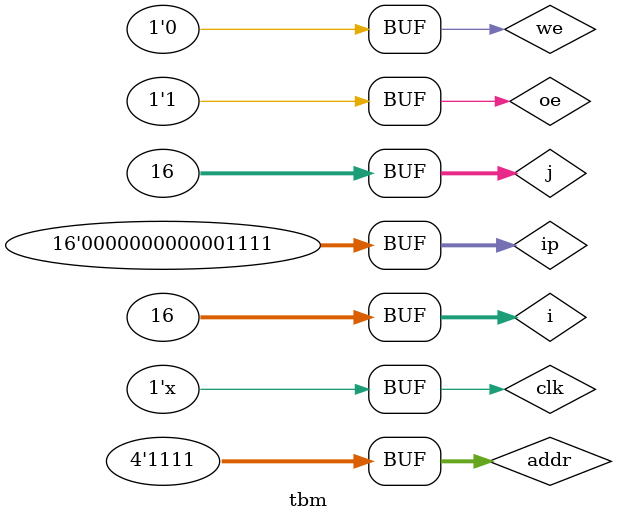
<source format=v>
module tbm ();
wire [15:0] op1,op2;
reg [15:0] ip;
reg [3:0] addr;
reg we,oe;
integer i,j;
reg clk=1;

memb tb2 (op1,ip,addr,we,oe,clk);
mems tb1 (op2,ip,addr,we,oe,clk);

always 
begin
 #5;  clk=~clk;
end

initial
begin
we=1; oe=0; addr=0; ip=0; #9
for (i=1; i<16; i=i+1)
begin
addr=i; ip=i; #10;
end
we=0; oe=1; addr=0; ip=0; #10
for (j=1; j<16; j=j+1)
begin
addr=j; ip=j; #10;
end
end
endmodule
</source>
